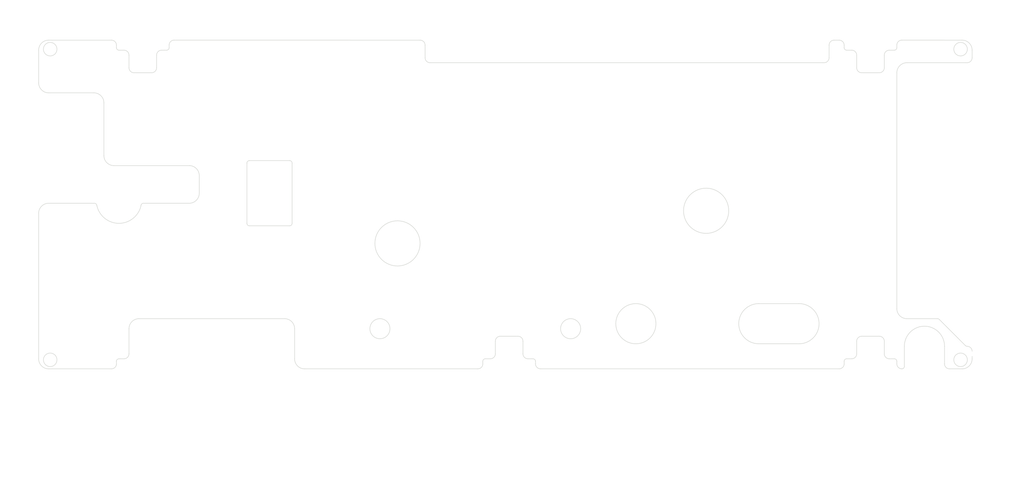
<source format=kicad_pcb>
(kicad_pcb (version 20211014) (generator pcbnew)

  (general
    (thickness 0.8)
  )

  (paper "A4")
  (title_block
    (title "mcHF QRP RF Shield ")
    (comment 1 "(C) Piotr Esden-Tempski")
    (comment 2 "License: CC-BY-SA 4.0")
  )

  (layers
    (0 "F.Cu" signal)
    (31 "B.Cu" signal)
    (32 "B.Adhes" user "B.Adhesive")
    (33 "F.Adhes" user "F.Adhesive")
    (34 "B.Paste" user)
    (35 "F.Paste" user)
    (36 "B.SilkS" user "B.Silkscreen")
    (37 "F.SilkS" user "F.Silkscreen")
    (38 "B.Mask" user)
    (39 "F.Mask" user)
    (40 "Dwgs.User" user "User.Drawings")
    (41 "Cmts.User" user "User.Comments")
    (42 "Eco1.User" user "User.Eco1")
    (43 "Eco2.User" user "User.Eco2")
    (44 "Edge.Cuts" user)
    (45 "Margin" user)
    (46 "B.CrtYd" user "B.Courtyard")
    (47 "F.CrtYd" user "F.Courtyard")
    (48 "B.Fab" user)
    (49 "F.Fab" user)
    (50 "User.1" user)
    (51 "User.2" user)
    (52 "User.3" user)
    (53 "User.4" user)
    (54 "User.5" user)
    (55 "User.6" user)
    (56 "User.7" user)
    (57 "User.8" user)
    (58 "User.9" user)
  )

  (setup
    (stackup
      (layer "F.SilkS" (type "Top Silk Screen"))
      (layer "F.Paste" (type "Top Solder Paste"))
      (layer "F.Mask" (type "Top Solder Mask") (color "White") (thickness 0))
      (layer "F.Cu" (type "copper") (thickness 0))
      (layer "dielectric 1" (type "core") (thickness 0.8) (material "FR4") (epsilon_r 4.5) (loss_tangent 0.02))
      (layer "B.Cu" (type "copper") (thickness 0))
      (layer "B.Mask" (type "Bottom Solder Mask") (color "White") (thickness 0))
      (layer "B.Paste" (type "Bottom Solder Paste"))
      (layer "B.SilkS" (type "Bottom Silk Screen"))
      (copper_finish "None")
      (dielectric_constraints no)
    )
    (pad_to_mask_clearance 0)
    (pcbplotparams
      (layerselection 0x0001000_7ffffffe)
      (disableapertmacros false)
      (usegerberextensions false)
      (usegerberattributes true)
      (usegerberadvancedattributes true)
      (creategerberjobfile true)
      (svguseinch false)
      (svgprecision 6)
      (excludeedgelayer true)
      (plotframeref false)
      (viasonmask false)
      (mode 1)
      (useauxorigin false)
      (hpglpennumber 1)
      (hpglpenspeed 20)
      (hpglpendiameter 15.000000)
      (dxfpolygonmode true)
      (dxfimperialunits false)
      (dxfusepcbnewfont true)
      (psnegative false)
      (psa4output false)
      (plotreference false)
      (plotvalue false)
      (plotinvisibletext false)
      (sketchpadsonfab false)
      (subtractmaskfromsilk false)
      (outputformat 3)
      (mirror false)
      (drillshape 0)
      (scaleselection 1)
      (outputdirectory "")
    )
  )

  (net 0 "")

  (gr_rect (start 20 20) (end 206 85.5) (layer "Eco1.User") (width 0.1) (fill none) (tstamp 3c80e672-fb38-40c2-969a-a3483ce4ea14))
  (gr_arc (start 163.5 80.5) (mid 159.5 76.5) (end 163.5 72.5) (layer "Eco2.User") (width 0.1) (tstamp 036aedde-03c8-4421-8e8d-3319bf7e1df1))
  (gr_line (start 180.5 83.5) (end 183 83.5) (layer "Eco2.User") (width 0.1) (tstamp 0ca68106-3890-4185-8ef2-035db26a0f67))
  (gr_circle (center 88 77.5) (end 90 77.5) (layer "Eco2.User") (width 0.1) (fill none) (tstamp 0d5d5f7b-b6dd-4a36-bcb1-66e81838986c))
  (gr_rect (start 61.5 44) (end 70.5 57) (layer "Eco2.User") (width 0.1) (fill none) (tstamp 12fa27e8-8758-47aa-8cd4-b7c967228ecc))
  (gr_line (start 35.5 85.5) (end 35.5 83.5) (layer "Eco2.User") (width 0.1) (tstamp 147e7802-6b63-4451-846e-28e2777c1569))
  (gr_line (start 38 83.5) (end 38 75.5) (layer "Eco2.User") (width 0.1) (tstamp 18ce56c3-e4e6-4f78-b886-b7f34008f6bf))
  (gr_line (start 52 52.5) (end 52 45) (layer "Eco2.User") (width 0.1) (tstamp 27e66e6b-abbe-40cc-bbf6-1479bbdb70e7))
  (gr_line (start 46 22) (end 43.5 22) (layer "Eco2.User") (width 0.1) (tstamp 29f94ca4-b78b-4dc3-a446-f23c8ee1a3a2))
  (gr_line (start 35.5 83.5) (end 38 83.5) (layer "Eco2.User") (width 0.1) (tstamp 2c27fb0d-b0dc-4f88-ae8c-0f540007611f))
  (gr_line (start 108.5 85.5) (end 108.5 83.5) (layer "Eco2.User") (width 0.1) (tstamp 2c6a32ea-91e0-481d-bcc0-74b8f4850844))
  (gr_line (start 191 75.5) (end 198.5 75.5) (layer "Eco2.User") (width 0.1) (tstamp 306913a4-1279-494c-a49e-762559e1a2bf))
  (gr_line (start 116.5 83.5) (end 119 83.5) (layer "Eco2.User") (width 0.1) (tstamp 30ee01b1-ae04-4eee-bb7f-281f1bd1c804))
  (gr_line (start 163.5 80.5) (end 171.5 80.5) (layer "Eco2.User") (width 0.1) (tstamp 32cc0acd-0a57-4952-b532-3bac2b40ec2d))
  (gr_line (start 206 24.5) (end 191 24.5) (layer "Eco2.User") (width 0.1) (tstamp 348c9537-e28c-4c7b-b4fa-2812624b83fa))
  (gr_line (start 180.5 85.5) (end 180.5 83.5) (layer "Eco2.User") (width 0.1) (tstamp 34c9b05c-1152-4596-9141-766389eb073f))
  (gr_line (start 171.5 72.5) (end 163.5 72.5) (layer "Eco2.User") (width 0.1) (tstamp 369955e7-0fed-4177-93f0-a57b64c22894))
  (gr_line (start 38 26.5) (end 38 22.000001) (layer "Eco2.User") (width 0.1) (tstamp 3d026c44-4245-439f-a783-cc82843a7f39))
  (gr_line (start 111 79) (end 116.5 79) (layer "Eco2.User") (width 0.1) (tstamp 3dcb6bfd-7a52-4373-b2e2-71cb03402203))
  (gr_circle (center 22.3 21.8) (end 23.65 21.8) (layer "Eco2.User") (width 0.1) (fill none) (tstamp 40508d3e-b5bf-4ae7-b452-26001aefb3c8))
  (gr_line (start 33 30.5) (end 33 45) (layer "Eco2.User") (width 0.1) (tstamp 419e7edb-3a64-4456-b0ac-53b1db8228e5))
  (gr_line (start 198.5 75.5) (end 204 81) (layer "Eco2.User") (width 0.1) (tstamp 426db3e6-9106-4158-a91b-656b0acb43ad))
  (gr_arc (start 171.5 72.5) (mid 175.5 76.5) (end 171.5 80.5) (layer "Eco2.User") (width 0.1) (tstamp 4952a5c4-1816-4f5a-8292-7310113ff05e))
  (gr_line (start 38 22.000001) (end 35.5 22.000001) (layer "Eco2.User") (width 0.1) (tstamp 4f495e0d-d316-46e7-a8c7-85320176a54a))
  (gr_line (start 46 20) (end 46 22) (layer "Eco2.User") (width 0.1) (tstamp 5161f543-26f1-4b41-8930-d36011afeed1))
  (gr_line (start 43.5 22) (end 43.5 26.5) (layer "Eco2.User") (width 0.1) (tstamp 519409df-2ba3-4203-97ec-dc8e589eedf5))
  (gr_line (start 177.5 20) (end 177.5 24.5) (layer "Eco2.User") (width 0.1) (tstamp 573937c5-44c9-4ae9-b620-8ce5d9eeb2ec))
  (gr_line (start 192.5 81) (end 192.5 85.5) (layer "Eco2.User") (width 0.1) (tstamp 58e24b57-8cd0-4d9a-b919-6b4678eea4ab))
  (gr_line (start 183 22.000001) (end 180.5 22.000001) (layer "Eco2.User") (width 0.1) (tstamp 5e03722c-3317-46bb-b7ac-b69b80a47b83))
  (gr_line (start 35.5 22.000001) (end 35.5 20) (layer "Eco2.User") (width 0.1) (tstamp 65edc3c1-0c9b-411b-b800-725fa5eb7135))
  (gr_circle (center 153 54) (end 157.5 54) (layer "Eco2.User") (width 0.1) (fill none) (tstamp 6af3fc0c-adf3-433b-9145-738a53c0f7bb))
  (gr_line (start 183 79) (end 188.5 79) (layer "Eco2.User") (width 0.1) (tstamp 6b8d10eb-9b42-47b6-b6bf-2cefb7e88a76))
  (gr_circle (center 203.7 21.8) (end 205.05 21.8) (layer "Eco2.User") (width 0.1) (fill none) (tstamp 7276f7f3-e9bf-4688-876e-ee97b70b9c53))
  (gr_line (start 71 75.5) (end 71 85.5) (layer "Eco2.User") (width 0.1) (tstamp 7be781dd-a273-436f-9e3b-fe61c1015628))
  (gr_line (start 191 24.5) (end 191 75.5) (layer "Eco2.User") (width 0.1) (tstamp 7d7faf05-e746-4f11-9be3-772a4cb247b8))
  (gr_line (start 191 22) (end 188.5 22) (layer "Eco2.User") (width 0.1) (tstamp 81826aa3-e2b5-4008-b21a-28df19634eb2))
  (gr_circle (center 126 77.5) (end 128 77.5) (layer "Eco2.User") (width 0.1) (fill none) (tstamp 844cf659-d866-4a9b-80e0-1f3e79c859e6))
  (gr_line (start 43.5 26.5) (end 38 26.5) (layer "Eco2.User") (width 0.1) (tstamp 88e0294e-e2ac-4d64-8434-cda914f3b652))
  (gr_line (start 177.5 24.5) (end 97 24.5) (layer "Eco2.User") (width 0.1) (tstamp 8d44b40a-a79d-4717-8dac-e93cde2089ab))
  (gr_line (start 191 83.499999) (end 191 85.5) (layer "Eco2.User") (width 0.1) (tstamp 8e8c902c-3ac3-4228-92c3-242b355f4abf))
  (gr_line (start 111 83.5) (end 111 79) (layer "Eco2.User") (width 0.1) (tstamp 907abe5a-ab87-48a2-a794-bd47f79acd72))
  (gr_circle (center 91.5 60.5) (end 96 60.5) (layer "Eco2.User") (width 0.1) (fill none) (tstamp 95ab0735-7598-4162-ba34-a5dc202afa6b))
  (gr_circle (center 139 76.5) (end 143 76.5) (layer "Eco2.User") (width 0.1) (fill none) (tstamp 9c18cbb7-5c77-4b39-acac-f4aacb6d1555))
  (gr_line (start 97 24.5) (end 97 20) (layer "Eco2.User") (width 0.1) (tstamp 9f123e17-e006-414a-ad47-18e6fea09f78))
  (gr_arc (start 192.5 81) (mid 196.5 77) (end 200.5 81) (layer "Eco2.User") (width 0.1) (tstamp a9b2dfa6-dea1-4c6c-a95e-0f0e2a86441f))
  (gr_circle (center 22.3 83.7) (end 23.65 83.7) (layer "Eco2.User") (width 0.1) (fill none) (tstamp aa830118-b167-4366-be14-0dc5fc056836))
  (gr_line (start 20 52.5) (end 52 52.5) (layer "Eco2.User") (width 0.1) (tstamp ae217c0d-a3d5-4306-8022-d4f7d1f2d68c))
  (gr_line (start 204 81) (end 206 81) (layer "Eco2.User") (width 0.1) (tstamp ae3e0f11-ee14-4483-8922-0f51c2624d22))
  (gr_line (start 188.5 26.5) (end 183 26.5) (layer "Eco2.User") (width 0.1) (tstamp b3938b68-a7b7-4427-99f9-f24adfb7a220))
  (gr_line (start 183 26.5) (end 183 22.000001) (layer "Eco2.User") (width 0.1) (tstamp bab49153-a815-4334-9ee0-dca8837eec7a))
  (gr_line (start 200.5 85.5) (end 200.5 81) (layer "Eco2.User") (width 0.1) (tstamp c1812196-42e0-4bc9-9df0-ef49b28555fc))
  (gr_line (start 188.5 83.499999) (end 191 83.499999) (layer "Eco2.User") (width 0.1) (tstamp c1a4a2ac-8569-4d41-8ada-0d7679882e45))
  (gr_line (start 188.5 79) (end 188.5 83.499999) (layer "Eco2.User") (width 0.1) (tstamp c21553f4-77dc-4729-bbd9-09cabbc37008))
  (gr_line (start 52 45) (end 33 45) (layer "Eco2.User") (width 0.1) (tstamp c44ff679-f1cb-4c3a-b96d-6aa20d1de6c1))
  (gr_circle (center 203.7 83.7) (end 205.05 83.7) (layer "Eco2.User") (width 0.1) (fill none) (tstamp c7ad7723-242e-4f4c-872d-d8399b1ffc6c))
  (gr_line (start 191 20) (end 191 22) (layer "Eco2.User") (width 0.1) (tstamp c9ff1b75-a479-4dee-b341-33a8bbf780ce))
  (gr_line (start 119 83.5) (end 119 85.5) (layer "Eco2.User") (width 0.1) (tstamp d058ea03-e370-4f10-897e-8b444344e5f4))
  (gr_line (start 180.5 22.000001) (end 180.5 20) (layer "Eco2.User") (width 0.1) (tstamp d0b255ee-9c09-492c-8631-74221eb40540))
  (gr_line (start 108.5 83.5) (end 111 83.5) (layer "Eco2.User") (width 0.1) (tstamp d13d5d03-00d8-48a5-8780-9c5c3cefa5eb))
  (gr_line (start 38 75.5) (end 71 75.5) (layer "Eco2.User") (width 0.1) (tstamp d3433550-9492-4ec8-a2a2-6e62941d487d))
  (gr_line (start 116.5 79) (end 116.5 83.5) (layer "Eco2.User") (width 0.1) (tstamp f1eac80b-ccf8-4c17-ba66-cbb338682f4f))
  (gr_line (start 188.5 22) (end 188.5 26.5) (layer "Eco2.User") (width 0.1) (tstamp f425f498-a9c3-4c2a-88cf-a3a9fecb7154))
  (gr_line (start 183 83.5) (end 183 79) (layer "Eco2.User") (width 0.1) (tstamp f9910edd-d3d5-4303-b621-ab7cb165f77d))
  (gr_circle (center 36 52) (end 40.5 52) (layer "Eco2.User") (width 0.1) (fill none) (tstamp fca565b8-8b54-474d-adc7-355ab4de9661))
  (gr_line (start 20 30.5) (end 33 30.5) (layer "Eco2.User") (width 0.1) (tstamp fecaa9c2-5476-4404-bd49-69b733d5f6a5))
  (gr_line (start 39 26.5) (end 42.5 26.5) (layer "Edge.Cuts") (width 0.1) (tstamp 059cc1d8-06c4-4bd6-bb62-7143790a7e62))
  (gr_arc (start 180.5 84.595013) (mid 180.174352 85.240164) (end 179.5 85.5) (layer "Edge.Cuts") (width 0.1) (tstamp 07b00f90-d25d-4107-b6e1-69438ce8f1f6))
  (gr_arc (start 193 75.5) (mid 191.585786 74.914214) (end 191 73.5) (layer "Edge.Cuts") (width 0.1) (tstamp 087b654c-c9cb-418e-9f38-b456309525f6))
  (gr_line (start 192 19.995013) (end 204 20) (layer "Edge.Cuts") (width 0.1) (tstamp 0c293ec8-b131-46c2-87f3-72e750b494e9))
  (gr_line (start 62 44) (end 70 44) (layer "Edge.Cuts") (width 0.1) (tstamp 0c8e690c-4135-4675-8067-15607684e850))
  (gr_line (start 189.5 83.495013) (end 190.5 83.495014) (layer "Edge.Cuts") (width 0.1) (tstamp 0f1e5201-d67e-4a51-a65f-9cf8a713191a))
  (gr_arc (start 177.5 21) (mid 177.792893 20.292893) (end 178.5 20) (layer "Edge.Cuts") (width 0.1) (tstamp 0f366ea7-ecf8-4f16-871f-25ba5eedc2c0))
  (gr_arc (start 37 22) (mid 37.707107 22.292893) (end 38 23) (layer "Edge.Cuts") (width 0.1) (tstamp 0fdab609-05d0-42d4-9845-af24ea7c92aa))
  (gr_arc (start 188.5 23) (mid 188.792893 22.292893) (end 189.5 22) (layer "Edge.Cuts") (width 0.1) (tstamp 1032a3ae-7785-4f11-a087-99326ed3f125))
  (gr_line (start 109 83.495013) (end 110 83.495013) (layer "Edge.Cuts") (width 0.1) (tstamp 1092e194-d47b-4313-81ae-a13a85554eaa))
  (gr_line (start 36 83.495013) (end 37 83.495013) (layer "Edge.Cuts") (width 0.1) (tstamp 12e9c8a2-3d26-4188-89e9-15f6fbb9a176))
  (gr_line (start 184 26.5) (end 187.5 26.5) (layer "Edge.Cuts") (width 0.1) (tstamp 1311d6a3-390d-48e0-9b01-93b83bafe94e))
  (gr_line (start 108.5 84.595013) (end 108.5 83.995013) (layer "Edge.Cuts") (width 0.1) (tstamp 14fcb7cd-9ee6-4afe-95d0-f9944c6b6486))
  (gr_line (start 35.5 84.595013) (end 35.5 83.995013) (layer "Edge.Cuts") (width 0.1) (tstamp 195e22e5-362a-4f25-8c17-9b4dd7538717))
  (gr_arc (start 35.5 83.995013) (mid 35.646447 83.64146) (end 36 83.495013) (layer "Edge.Cuts") (width 0.1) (tstamp 1e046c4f-8824-4e42-b290-42aaf49e5a8c))
  (gr_arc (start 20 54.5) (mid 20.585786 53.085786) (end 22 52.5) (layer "Edge.Cuts") (width 0.1) (tstamp 1fa67137-0e51-4d34-a122-3125e7d66fb8))
  (gr_arc (start 206 83.5) (mid 205.414214 84.914214) (end 204 85.5) (layer "Edge.Cuts") (width 0.1) (tstamp 21edd940-44a9-4cee-b112-c5246c49ad7c))
  (gr_line (start 200.5 84.5) (end 200.5 81) (layer "Edge.Cuts") (width 0.1) (tstamp 239e43b6-0870-4684-8872-554b56cccc33))
  (gr_arc (start 191 21.5) (mid 190.853553 21.853553) (end 190.5 22) (layer "Edge.Cuts") (width 0.1) (tstamp 27633592-cfba-43e6-886d-785f2dfcd329))
  (gr_line (start 46.000001 20.9) (end 46 21.5) (layer "Edge.Cuts") (width 0.1) (tstamp 2c4f7346-d694-4c22-98eb-c9caad2555ec))
  (gr_arc (start 108.5 83.995013) (mid 108.646447 83.64146) (end 109 83.495013) (layer "Edge.Cuts") (width 0.1) (tstamp 2caba19d-966f-4619-85f7-a0868e4d2025))
  (gr_arc (start 43.5 23) (mid 43.792893 22.292893) (end 44.5 22) (layer "Edge.Cuts") (width 0.1) (tstamp 2dbd9aae-ed36-4251-8718-83229e3e1462))
  (gr_line (start 178.5 20) (end 179.5 20) (layer "Edge.Cuts") (width 0.1) (tstamp 2dd41330-0743-409b-ab64-401e3731d089))
  (gr_line (start 35.5 21.5) (end 35.5 21) (layer "Edge.Cuts") (width 0.1) (tstamp 2f2cac7f-7108-4091-9172-c6d70440d525))
  (gr_circle (center 126 77.5) (end 128 77.5) (layer "Edge.Cuts") (width 0.1) (fill none) (tstamp 2f59a751-a500-4453-a890-1cc91c1dde43))
  (gr_line (start 22 20) (end 34.5 20) (layer "Edge.Cuts") (width 0.1) (tstamp 34407764-5ad0-47e2-94ee-d6ef3c5f30b9))
  (gr_line (start 187.5 78.995013) (end 184 78.995013) (layer "Edge.Cuts") (width 0.1) (tstamp 36217780-6ff6-4f76-a9cc-a75d8984451c))
  (gr_line (start 47 19.995013) (end 96 20) (layer "Edge.Cuts") (width 0.1) (tstamp 377c79c1-585e-456c-a16b-31f28a2c0607))
  (gr_arc (start 73 85.5) (mid 71.585786 84.914214) (end 71 83.5) (layer "Edge.Cuts") (width 0.1) (tstamp 38582939-8b0d-4dfc-9524-2510058dc615))
  (gr_arc (start 35 45) (mid 33.585786 44.414214) (end 33 43) (layer "Edge.Cuts") (width 0.1) (tstamp 3abd9f23-58fe-4ea1-98c5-6e56f1acb333))
  (gr_line (start 188.5 82.495013) (end 188.5 79.995012) (layer "Edge.Cuts") (width 0.1) (tstamp 3adee34e-023b-4502-9617-7953a0d23b94))
  (gr_arc (start 35.5 84.595013) (mid 35.174352 85.240164) (end 34.5 85.5) (layer "Edge.Cuts") (width 0.1) (tstamp 3b69941b-2b5e-4b9d-955b-f0ef887fcfd4))
  (gr_arc (start 70 44) (mid 70.353553 44.146447) (end 70.5 44.5) (layer "Edge.Cuts") (width 0.1) (tstamp 400864f3-4d31-44d7-8fa2-84e961156b95))
  (gr_arc (start 43.5 25.5) (mid 43.207107 26.207107) (end 42.5 26.5) (layer "Edge.Cuts") (width 0.1) (tstamp 40c1add4-b921-4f97-816c-a21193457bc1))
  (gr_arc (start 96 20) (mid 96.707107 20.292893) (end 97 21) (layer "Edge.Cuts") (width 0.1) (tstamp 44ebd578-597c-4e55-8e0d-e88c78fb7860))
  (gr_arc (start 117.5 83.495013) (mid 116.792893 83.20212) (end 116.5 82.495013) (layer "Edge.Cuts") (width 0.1) (tstamp 4541f183-2b00-48ac-846d-a867ed4704df))
  (gr_arc (start 182 22) (mid 182.707107 22.292893) (end 183 23) (layer "Edge.Cuts") (width 0.1) (tstamp 45fca78a-cc58-4356-915a-e091fd314b53))
  (gr_arc (start 111 79.995013) (mid 111.292893 79.287906) (end 112 78.995013) (layer "Edge.Cuts") (width 0.1) (tstamp 481bf9a2-0544-4547-884d-0822f581daea))
  (gr_arc (start 205 81) (mid 205.707107 81.292893) (end 206 82) (layer "Edge.Cuts") (width 0.1) (tstamp 4907aba6-707c-4ee9-a413-05e0d540ef15))
  (gr_arc (start 115.5 78.995013) (mid 116.207106 79.287906) (end 116.5 79.995012) (layer "Edge.Cuts") (width 0.1) (tstamp 4a1cb180-01a3-4da5-9542-b5abfbdd96e6))
  (gr_arc (start 183 79.995013) (mid 183.292893 79.287906) (end 184 78.995013) (layer "Edge.Cuts") (width 0.1) (tstamp 4c71b0db-f491-4764-8596-6cc785eadd94))
  (gr_arc (start 204 20) (mid 205.414214 20.585786) (end 206 22) (layer "Edge.Cuts") (width 0.1) (tstamp 557f97c0-d800-417d-938b-5bbdaf632098))
  (gr_line (start 180.5 21.5) (end 180.5 21) (layer "Edge.Cuts") (width 0.1) (tstamp 5d6295c7-1ba2-4ff2-8ef1-e510762bdd90))
  (gr_line (start 180.5 84.595013) (end 180.5 83.995013) (layer "Edge.Cuts") (width 0.1) (tstamp 5d8caa4d-1122-41cc-bd66-8c3ae108365f))
  (gr_line (start 181 83.495013) (end 182 83.495013) (layer "Edge.Cuts") (width 0.1) (tstamp 5e97be39-1ce3-4f86-b34c-3c25d49c78c5))
  (gr_line (start 177.5 23.5) (end 177.5 21) (layer "Edge.Cuts") (width 0.1) (tstamp 5f4eeea8-1133-4360-afb0-7f5c5fa9ef7b))
  (gr_arc (start 206 23.5) (mid 205.707107 24.207107) (end 205 24.5) (layer "Edge.Cuts") (width 0.1) (tstamp 600eedaf-12f2-49b9-9dce-f1c8492bff2b))
  (gr_arc (start 171.5 72.5) (mid 175.5 76.5) (end 171.5 80.5) (layer "Edge.Cuts") (width 0.1) (tstamp 611f450e-818a-44e1-abb9-a5e5ae20ea63))
  (gr_arc (start 52 50.5) (mid 51.414214 51.914214) (end 50 52.5) (layer "Edge.Cuts") (width 0.1) (tstamp 65cea409-c8a1-4e58-a991-3af420395529))
  (gr_line (start 171.5 72.5) (end 163.5 72.5) (layer "Edge.Cuts") (width 0.1) (tstamp 6630b109-c114-4901-b670-3c49a4c55710))
  (gr_arc (start 39 26.5) (mid 38.292893 26.207107) (end 38 25.5) (layer "Edge.Cuts") (width 0.1) (tstamp 664c4c55-9ca8-49c9-99fc-b1864ebb3152))
  (gr_arc (start 40.39 53) (mid 36 56.500496) (end 31.61 53) (layer "Edge.Cuts") (width 0.1) (tstamp 6a306cdd-3a96-4551-bffe-a91ec330f3ba))
  (gr_line (start 206 22) (end 206 23.5) (layer "Edge.Cuts") (width 0.1) (tstamp 6a3a976c-a0a9-48a8-a404-e6f0d8bace58))
  (gr_line (start 70.5 44.5) (end 70.5 56.5) (layer "Edge.Cuts") (width 0.1) (tstamp 6cfb65de-3c88-4836-a320-983de30cc157))
  (gr_line (start 61.5 56.5) (end 61.5 44.5) (layer "Edge.Cuts") (width 0.1) (tstamp 6e11fbe5-842d-4800-b334-41954930350b))
  (gr_line (start 22 52.5) (end 31.106447 52.5) (layer "Edge.Cuts") (width 0.1) (tstamp 6ffde2e8-be7d-4b19-a49c-28069b6a53ae))
  (gr_arc (start 191.000001 20.9) (mid 191.325649 20.25485) (end 192 19.995013) (layer "Edge.Cuts") (width 0.1) (tstamp 73060ff3-472f-44d8-a163-1ca3aa29ec27))
  (gr_arc (start 34.5 20) (mid 35.207107 20.292893) (end 35.5 21) (layer "Edge.Cuts") (width 0.1) (tstamp 7719610f-aaba-4821-82e4-c95c0dad0eae))
  (gr_line (start 190.999999 83.995013) (end 191 84.495013) (layer "Edge.Cuts") (width 0.1) (tstamp 77c0297c-6166-436e-9a60-a0ec98913f5e))
  (gr_line (start 107.5 85.5) (end 73 85.5) (layer "Edge.Cuts") (width 0.1) (tstamp 78fc4583-266c-425f-9787-2684c5242f68))
  (gr_circle (center 139 76.5) (end 143 76.5) (layer "Edge.Cuts") (width 0.1) (fill none) (tstamp 799fe917-ce00-493f-93fe-c43541b2ec30))
  (gr_line (start 204.646447 80.851614) (end 199.45 75.646447) (layer "Edge.Cuts") (width 0.1) (tstamp 7ac77ea3-0b9b-45a3-8317-6fd13bca605c))
  (gr_line (start 71 83.5) (end 71 77.5) (layer "Edge.Cuts") (width 0.1) (tstamp 7e75d82e-01fb-4310-a6ab-81a6b03e31bb))
  (gr_arc (start 38 77.5) (mid 38.585786 76.085786) (end 40 75.5) (layer "Edge.Cuts") (width 0.1) (tstamp 7e948331-364b-4cee-a65f-b38f7ecec903))
  (gr_line (start 179.5 85.5) (end 120 85.495013) (layer "Edge.Cuts") (width 0.1) (tstamp 807cacdf-fdb9-4059-a9fb-d6cb1b8ad8ce))
  (gr_line (start 50.1 45) (end 35 45) (layer "Edge.Cuts") (width 0.1) (tstamp 82347cf6-c854-4033-bc1a-1b6ef3dc92f6))
  (gr_arc (start 189.5 83.495013) (mid 188.792893 83.20212) (end 188.5 82.495013) (layer "Edge.Cuts") (width 0.1) (tstamp 82558b64-2077-4092-b36e-fe0394c7212a))
  (gr_line (start 118.999999 83.995013) (end 119 84.495013) (layer "Edge.Cuts") (width 0.1) (tstamp 84d1f596-680f-4482-b6b5-14977a5683c6))
  (gr_line (start 70 57) (end 62 57) (layer "Edge.Cuts") (width 0.1) (tstamp 881452fd-bdbb-4e81-8e88-addd3112dbb8))
  (gr_circle (center 203.7 83.7) (end 205.05 83.7) (layer "Edge.Cuts") (width 0.1) (fill none) (tstamp 88dadc5a-fa68-4910-ab76-ab5b96521cfa))
  (gr_arc (start 187.5 78.995013) (mid 188.207106 79.287906) (end 188.5 79.995012) (layer "Edge.Cuts") (width 0.1) (tstamp 89db186b-5615-4da5-aed1-71b24ad9f43a))
  (gr_arc (start 201.5 85.5) (mid 200.792893 85.207107) (end 200.5 84.5) (layer "Edge.Cuts") (width 0.1) (tstamp 8a418bcc-8efa-4402-8088-370164df7199))
  (gr_arc (start 22 85.5) (mid 20.585786 84.914214) (end 20 83.5) (layer "Edge.Cuts") (width 0.1) (tstamp 8d746bd1-ff39-4fec-961c-e79e16126888))
  (gr_arc (start 118.5 83.495014) (mid 118.853553 83.64146) (end 118.999999 83.995013) (layer "Edge.Cuts") (width 0.1) (tstamp 8f1886c3-6b42-4651-bea5-94134c017b62))
  (gr_arc (start 181 22) (mid 180.646447 21.853553) (end 180.5 21.5) (layer "Edge.Cuts") (width 0.1) (tstamp 918a1b28-50d5-4010-b4ea-9408c1f6259e))
  (gr_line (start 20 83.5) (end 20 54.5) (layer "Edge.Cuts") (width 0.1) (tstamp 91b64606-301d-4efb-b05d-8a9fc020f7a5))
  (gr_line (start 115.5 78.995013) (end 112 78.995013) (layer "Edge.Cuts") (width 0.1) (tstamp 91d183ee-d47a-419e-938a-656d95bac012))
  (gr_line (start 182 22) (end 181 22) (layer "Edge.Cuts") (width 0.1) (tstamp 91e68d6f-dedf-4c8e-bd89-ad7c115403f6))
  (gr_line (start 183 23) (end 183 25.5) (layer "Edge.Cuts") (width 0.1) (tstamp 9224ba96-280d-49f0-ac63-598a9c487dbd))
  (gr_arc (start 192 85.495013) (mid 191.292893 85.20212) (end 191 84.495013) (layer "Edge.Cuts") (width 0.1) (tstamp 936d2f53-e12b-4407-bb93-d3be411514e5))
  (gr_line (start 191 26.5) (end 191 73.5) (layer "Edge.Cuts") (width 0.1) (tstamp 97f68312-1a5a-4f19-b24b-ae8126713ae5))
  (gr_line (start 45.5 22) (end 44.5 22) (layer "Edge.Cuts") (width 0.1) (tstamp 9dc25e22-407f-46d1-b21a-5ab5ef20bf14))
  (gr_line (start 193 75.5) (end 199.096447 75.500001) (layer "Edge.Cuts") (width 0.1) (tstamp 9e6039a3-22e0-4dfb-bf87-79697eb971be))
  (gr_line (start 20 28.5) (end 20 22) (layer "Edge.Cuts") (width 0.1) (tstamp 9f07326d-f7a8-423e-9c29-e3f3678a4e90))
  (gr_line (start 52 50.5) (end 52.002498 47) (layer "Edge.Cuts") (width 0.1) (tstamp 9f44c1a6-af1c-4f65-9d43-816285a73126))
  (gr_arc (start 38 82.495013) (mid 37.707107 83.20212) (end 37 83.495013) (layer "Edge.Cuts") (width 0.1) (tstamp 9f5c1278-8f9a-4486-ab99-dca8bc7400e0))
  (gr_arc (start 183 82.495013) (mid 182.707107 83.20212) (end 182 83.495013) (layer "Edge.Cuts") (width 0.1) (tstamp a22106eb-855d-40a8-a700-a757cfb98dbb))
  (gr_line (start 38 23) (end 38 25.5) (layer "Edge.Cuts") (width 0.1) (tstamp a445cf8f-6ea4-4718-bd5a-d49d8f2cffc4))
  (gr_arc (start 70.5 56.5) (mid 70.353553 56.853553) (end 70 57) (layer "Edge.Cuts") (width 0.1) (tstamp a5991b20-6849-4a3c-af6c-b3582e258191))
  (gr_line (start 43.5 23) (end 43.5 25.5) (layer "Edge.Cuts") (width 0.1) (tstamp a5a2dd51-c0bf-4ce2-bcf2-4441988e5a6a))
  (gr_line (start 40.9 52.5) (end 50 52.5) (layer "Edge.Cuts") (width 0.1) (tstamp a5ad566a-d1b4-42c7-a321-05486a7c1a09))
  (gr_arc (start 184 26.5) (mid 183.292893 26.207107) (end 183 25.5) (layer "Edge.Cuts") (width 0.1) (tstamp a5d1f554-6ffa-46ce-bf9c-3983f8551eb8))
  (gr_circle (center 153 54) (end 157.5 54) (layer "Edge.Cuts") (width 0.1) (fill none) (tstamp a7881234-80e7-44aa-9d39-a2c5d88cca84))
  (gr_arc (start 36 22) (mid 35.646447 21.853553) (end 35.5 21.5) (layer "Edge.Cuts") (width 0.1) (tstamp a8df3965-7299-40a7-a1b6-8c1c8245e011))
  (gr_line (start 163.5 80.5) (end 171.5 80.5) (layer "Edge.Cuts") (width 0.1) (tstamp aa149c14-1bfb-4a3a-a776-ad52ec5d6187))
  (gr_arc (start 46 21.5) (mid 45.853553 21.853553) (end 45.5 22) (layer "Edge.Cuts") (width 0.1) (tstamp ac884bc9-f17e-4589-8cc1-ff7e229e1e28))
  (gr_line (start 191.000001 20.9) (end 191 21.5) (layer "Edge.Cuts") (width 0.1) (tstamp ae3bce7e-3d09-4b4e-a2db-376230fb2a21))
  (gr_arc (start 111 82.495013) (mid 110.707107 83.20212) (end 110 83.495013) (layer "Edge.Cuts") (width 0.1) (tstamp ae849ad3-0915-433f-857d-3cd752915c8f))
  (gr_line (start 183 82.495013) (end 183 79.995013) (layer "Edge.Cuts") (width 0.1) (tstamp ae90f291-429e-4708-a48c-52084b328633))
  (gr_line (start 192.5 81) (end 192.5 85) (layer "Edge.Cuts") (width 0.1) (tstamp b0a28623-48b6-4e17-93a3-1c173ee2e9f0))
  (gr_circle (center 22.3 83.7) (end 23.65 83.7) (layer "Edge.Cuts") (width 0.1) (fill none) (tstamp b687457c-6ec5-4c0e-abaf-da0a687f414e))
  (gr_line (start 34.5 85.5) (end 22 85.5) (layer "Edge.Cuts") (width 0.1) (tstamp b7c367f9-275f-49f0-9b0b-74bf07f599c9))
  (gr_arc (start 163.5 80.5) (mid 159.5 76.5) (end 163.5 72.5) (layer "Edge.Cuts") (width 0.1) (tstamp b9cad5ab-5c1f-4d3f-9a86-9e3b8a7a2847))
  (gr_arc (start 188.5 25.5) (mid 188.207107 26.207107) (end 187.5 26.5) (layer "Edge.Cuts") (width 0.1) (tstamp bba01cef-0130-48a1-a2ac-b02cc270129b))
  (gr_arc (start 120 85.495013) (mid 119.292893 85.20212) (end 119 84.495013) (layer "Edge.Cuts") (width 0.1) (tstamp bf3bd217-f301-4b00-8dc8-77e59864797f))
  (gr_line (start 117.5 83.495013) (end 118.5 83.495014) (layer "Edge.Cuts") (width 0.1) (tstamp c372353f-c8d7-448d-b030-a31cc6006fdc))
  (gr_circle (center 88 77.5) (end 90 77.5) (layer "Edge.Cuts") (width 0.1) (fill none) (tstamp c526fdd5-cb82-436c-99f5-84aedb656eed))
  (gr_line (start 204 85.5) (end 201.5 85.5) (layer "Edge.Cuts") (width 0.1) (tstamp c64d935a-d7e2-468d-86f8-bf38c1245a04))
  (gr_arc (start 192.5 81) (mid 196.5 77) (end 200.5 81) (layer "Edge.Cuts") (width 0.1) (tstamp c7ed139e-67d8-475e-a9c1-23538ae298af))
  (gr_arc (start 179.5 20) (mid 180.207107 20.292893) (end 180.5 21) (layer "Edge.Cuts") (width 0.1) (tstamp c825dc58-d43c-4ea7-9210-5c527b7347b9))
  (gr_line (start 190.5 22) (end 189.5 22) (layer "Edge.Cuts") (width 0.1) (tstamp c84c472a-df0a-44a9-a5fc-b328c4e5e58e))
  (gr_arc (start 205 81) (mid 204.808023 80.961676) (end 204.645476 80.85258) (layer "Edge.Cuts") (width 0.1) (tstamp c890b504-a02e-4271-a9f6-6baab133be8c))
  (gr_arc (start 190.5 83.495014) (mid 190.853553 83.64146) (end 190.999999 83.995013) (layer "Edge.Cuts") (width 0.1) (tstamp c8a53afa-bf5c-46bb-b5d6-4e968eca6d1b))
  (gr_line (start 31 30.5) (end 22 30.5) (layer "Edge.Cuts") (width 0.1) (tstamp cb8a969b-b7bd-4ce0-97d7-a9acb1231ee4))
  (gr_arc (start 199.096447 75.500001) (mid 199.288535 75.536895) (end 199.451772 75.644657) (layer "Edge.Cuts") (width 0.1) (tstamp ce876301-f9db-4f9c-b947-726289e4a284))
  (gr_line (start 38 77.5) (end 38 82.495013) (layer "Edge.Cuts") (width 0.1) (tstamp cf65f866-bf4f-48bd-8dd3-ea70a0a194dc))
  (gr_line (start 37 22) (end 36 22) (layer "Edge.Cuts") (width 0.1) (tstamp cf9883de-da15-40d7-a25d-3d470239c6dd))
  (gr_line (start 111 82.495013) (end 111 79.995013) (layer "Edge.Cuts") (width 0.1) (tstamp d13ba9be-71b6-454b-ae2e-4b0d20490c19))
  (gr_line (start 205 24.5) (end 193 24.5) (layer "Edge.Cuts") (width 0.1) (tstamp d1c4a138-988b-4d9e-9d91-53a8dbaf4e24))
  (gr_arc (start 69 75.5) (mid 70.414214 76.085786) (end 71 77.5) (layer "Edge.Cuts") (width 0.1) (tstamp d219a9a0-f049-47a0-a7d7-ba952b6b2557))
  (gr_arc (start 98 24.5) (mid 97.292893 24.207107) (end 97 23.5) (layer "Edge.Cuts") (width 0.1) (tstamp d655e24c-9563-4a7c-87ab-43f5cf0dc22a))
  (gr_line (start 116.5 82.495013) (end 116.5 79.995012) (layer "Edge.Cuts") (width 0.1) (tstamp dd1ec509-6db5-45ed-94e6-cf865aa4aeea))
  (gr_circle (center 22.3 21.8) (end 23.65 21.8) (layer "Edge.Cuts") (width 0.1) (fill none) (tstamp dd619734-8a9b-4a84-8246-e739125d1af1))
  (gr_arc (start 22 30.5) (mid 20.585786 29.914214) (end 20 28.5) (layer "Edge.Cuts") (width 0.1) (tstamp dd8dc505-d4a8-478d-b14c-623584dd3100))
  (gr_arc (start 40.39 53) (mid 40.539376 52.639376) (end 40.9 52.49) (layer "Edge.Cuts") (width 0.1) (tstamp dece4749-c298-48d2-8abe-a51015da0905))
  (gr_line (start 97 21) (end 97 23.5) (layer "Edge.Cuts") (width 0.1) (tstamp df598cae-d198-4935-953e-5c1d628d4eb4))
  (gr_arc (start 31 30.5) (mid 32.414214 31.085786) (end 33 32.5) (layer "Edge.Cuts") (width 0.1) (tstamp dfca7133-2c56-4610-bed3-9fbb22553089))
  (gr_arc (start 46.000001 20.9) (mid 46.325649 20.25485) (end 47 19.995013) (layer "Edge.Cuts") (width 0.1) (tstamp e2fb1c27-7435-4758-a5c5-3145d4073cca))
  (gr_arc (start 180.5 83.995013) (mid 180.646447 83.64146) (end 181 83.495013) (layer "Edge.Cuts") (width 0.1) (tstamp e32e3359-e390-4a22-ae24-e9e6b72826df))
  (gr_arc (start 192.5 85) (mid 192.353553 85.353553) (end 192 85.5) (layer "Edge.Cuts") (width 0.1) (tstamp e4e769e4-5462-4c31-9971-fa30f50f4af7))
  (gr_line (start 33 43) (end 33 32.5) (layer "Edge.Cuts") (width 0.1) (tstamp e59ba922-1b2f-48fa-aafe-0b4ad400b780))
  (gr_circle (center 91.5 60.5) (end 96 60.5) (layer "Edge.Cuts") (width 0.1) (fill none) (tstamp e842240c-682d-459a-9b7f-a586f46aa2bd))
  (gr_arc (start 20 22) (mid 20.585786 20.585786) (end 22 20) (layer "Edge.Cuts") (width 0.1) (tstamp e9be3779-97de-454c-b36a-bcc0c58f9e80))
  (gr_arc (start 191 26.5) (mid 191.585786 25.085786) (end 193 24.5) (layer "Edge.Cuts") (width 0.1) (tstamp ec258ebd-0ef8-4e60-a2e5-becc83a31e17))
  (gr_arc (start 62 57) (mid 61.646447 56.853553) (end 61.5 56.5) (layer "Edge.Cuts") (width 0.1) (tstamp ec507482-b337-4410-b91d-c16ec1eeaef8))
  (gr_line (start 69 75.5) (end 40 75.5) (layer "Edge.Cuts") (width 0.1) (tstamp edba5878-d0d5-4ea5-bc5a-4d649c049398))
  (gr_arc (start 61.5 44.5) (mid 61.646447 44.146447) (end 62 44) (layer "Edge.Cuts") (width 0.1) (tstamp ef319f80-ddb3-40e4-a642-cb457ef2719a))
  (gr_line (start 98 24.5) (end 176.5 24.5) (layer "Edge.Cuts") (width 0.1) (tstamp f1ebdf13-ba59-4791-8c47-a8a7f7d60cf8))
  (gr_arc (start 50.1 45) (mid 51.450905 45.619828) (end 52.002498 47) (layer "Edge.Cuts") (width 0.1) (tstamp f3ca2726-49d9-4d3a-a217-26270a5cc84c))
  (gr_arc (start 108.5 84.595013) (mid 108.174352 85.240164) (end 107.5 85.5) (layer "Edge.Cuts") (width 0.1) (tstamp f7d9f332-b9a0-460e-9c5a-cac220728537))
  (gr_arc (start 31.106447 52.500001) (mid 31.455854 52.648705) (end 31.600041 53) (layer "Edge.Cuts") (width 0.1) (tstamp f84f1cca-79f0-4d7b-8e79-49875a52421d))
  (gr_circle (center 203.7 21.8) (end 205.05 21.8) (layer "Edge.Cuts") (width 0.1) (fill none) (tstamp f88daf86-53ff-478e-906c-291720c594bd))
  (gr_line (start 206 83) (end 206 83.5) (layer "Edge.Cuts") (width 0.1) (tstamp fc2ac8c2-d241-4acc-875d-a9a826c5f52a))
  (gr_line (start 188.5 23) (end 188.5 25.5) (layer "Edge.Cuts") (width 0.1) (tstamp fc77debf-8ef2-4b94-86ca-e8ac1362bbee))
  (gr_arc (start 177.5 23.5) (mid 177.207107 24.207107) (end 176.5 24.5) (layer "Edge.Cuts") (width 0.1) (tstamp fe93aef0-862a-4123-99e5-419d8d6bf324))
  (gr_text "The Edge.Cuts layer is the actual RF Shield outline.\nAll other layers are meant as construction reference." (at 109.2 101.4) (layer "Cmts.User") (tstamp ce3d1114-952b-42f1-a558-df16f07d473e)
    (effects (font (size 4 4) (thickness 0.15)))
  )
  (dimension (type aligned) (layer "Dwgs.User") (tstamp 04ff4d8b-5fbb-4a58-bef8-787485f4b04a)
    (pts (xy 61.5 57) (xy 70.5 57))
    (height 1.999999)
    (gr_text "9 mm" (at 66 57.849999) (layer "Dwgs.User") (tstamp 78e4a622-b007-40cd-a17e-b4fb110d78ad)
      (effects (font (size 1 1) (thickness 0.15)))
    )
    (format (units 3) (units_format 1) (precision 0))
    (style (thickness 0.1) (arrow_length 1.27) (text_position_mode 0) (extension_height 0.58642) (extension_offset 0.5) keep_text_aligned)
  )
  (dimension (type aligned) (layer "Dwgs.User") (tstamp 060ab33f-584d-49b0-9314-0e9bd8f6e37c)
    (pts (xy 183 79) (xy 188.5 79))
    (height 2)
    (gr_text "5.5 mm" (at 185.75 79.8) (layer "Dwgs.User") (tstamp 1de1255c-2ea7-4dc1-a8f6-79182c94c213)
      (effects (font (size 0.75 0.75) (thickness 0.15)))
    )
    (format (units 3) (units_format 1) (precision 1))
    (style (thickness 0.1) (arrow_length 1.27) (text_position_mode 2) (extension_height 0.58642) (extension_offset 0.5) keep_text_aligned)
  )
  (dimension (type aligned) (layer "Dwgs.User") (tstamp 09565026-eaa5-4642-a146-22a7f5177903)
    (pts (xy 183 25) (xy 188.5 25))
    (height 0)
    (gr_text "5.5 mm" (at 185.75 24.1) (layer "Dwgs.User") (tstamp 1876b83e-6d18-4b76-8a9d-37efe998b99e)
      (effects (font (size 0.75 0.75) (thickness 0.15)))
    )
    (format (units 3) (units_format 1) (precision 1))
    (style (thickness 0.1) (arrow_length 1.27) (text_position_mode 0) (extension_height 0.58642) (extension_offset 0.5) keep_text_aligned)
  )
  (dimension (type aligned) (layer "Dwgs.User") (tstamp 1c9b8b12-87b2-4b9e-81d7-93f38666e05e)
    (pts (xy 20 20) (xy 35.5 20))
    (height -2)
    (gr_text "15.5 mm" (at 27.75 16.85) (layer "Dwgs.User") (tstamp 9194753d-f084-47dd-b2e9-a8599953fa5e)
      (effects (font (size 1 1) (thickness 0.15)))
    )
    (format (units 3) (units_format 1) (precision 1))
    (style (thickness 0.1) (arrow_length 1.27) (text_position_mode 0) (extension_height 0.58642) (extension_offset 0.5) keep_text_aligned)
  )
  (dimension (type aligned) (layer "Dwgs.User") (tstamp 21c45b8e-a371-4417-84cf-d04ac7d9e7fe)
    (pts (xy 153 58.5) (xy 153 85.5))
    (height 0)
    (gr_text "27.0 mm" (at 151.85 72 90) (layer "Dwgs.User") (tstamp 8177849a-cb73-4163-8f84-b67bc770efcc)
      (effects (font (size 1 1) (thickness 0.15)))
    )
    (format (units 3) (units_format 1) (precision 1))
    (style (thickness 0.1) (arrow_length 1.27) (text_position_mode 0) (extension_height 0.58642) (extension_offset 0.5) keep_text_aligned)
  )
  (dimension (type aligned) (layer "Dwgs.User") (tstamp 24d2f315-7a77-4bc3-b9d6-bc1993cca123)
    (pts (xy 135 76.5) (xy 143 76.5))
    (height 0)
    (gr_text "8.0 mm" (at 139 75.35) (layer "Dwgs.User") (tstamp 59221100-c8af-4b74-a942-f4a895ff8736)
      (effects (font (size 1 1) (thickness 0.15)))
    )
    (format (units 3) (units_format 1) (precision 1))
    (style (thickness 0.1) (arrow_length 1.27) (text_position_mode 0) (extension_height 0.58642) (extension_offset 0.5) keep_text_aligned)
  )
  (dimension (type aligned) (layer "Dwgs.User") (tstamp 29b46d75-1e63-4ee4-a169-cfa720bc0163)
    (pts (xy 36 56.5) (xy 36 47.5))
    (height 0.1)
    (gr_text "9.0 mm" (at 34.95 52 90) (layer "Dwgs.User") (tstamp b8ad1d1a-e636-478f-8fa7-f88a34e821d9)
      (effects (font (size 1 1) (thickness 0.15)))
    )
    (format (units 3) (units_format 1) (precision 1))
    (style (thickness 0.1) (arrow_length 1.27) (text_position_mode 0) (extension_height 0.58642) (extension_offset 0.5) keep_text_aligned)
  )
  (dimension (type aligned) (layer "Dwgs.User") (tstamp 2bbb138d-5df3-4ca7-8549-56344d5b899e)
    (pts (xy 196.5 77) (xy 196.5 85.5))
    (height -12.5)
    (gr_text "8.5 mm" (at 207.85 81.25 90) (layer "Dwgs.User") (tstamp 0170163f-8f95-44c9-aa7d-e5b41ee106c7)
      (effects (font (size 1 1) (thickness 0.15)))
    )
    (format (units 3) (units_format 1) (precision 1))
    (style (thickness 0.1) (arrow_length 1.27) (text_position_mode 0) (extension_height 0.58642) (extension_offset 0.5) keep_text_aligned)
  )
  (dimension (type aligned) (layer "Dwgs.User") (tstamp 2ee2d00d-35d0-443a-8aa6-fa5339cd6895)
    (pts (xy 70.5 44) (xy 70.5 20))
    (height 2.5)
    (gr_text "24.0 mm" (at 71.85 32 90) (layer "Dwgs.User") (tstamp 4d8f162e-695e-4bd0-919a-16315a3f84b1)
      (effects (font (size 1 1) (thickness 0.15)))
    )
    (format (units 3) (units_format 1) (precision 1))
    (style (thickness 0.1) (arrow_length 1.27) (text_position_mode 0) (extension_height 0.58642) (extension_offset 0.5) keep_text_aligned)
  )
  (dimension (type aligned) (layer "Dwgs.User") (tstamp 33534c55-85cd-4758-8ddf-094d16a5a67c)
    (pts (xy 36 56.5) (xy 20 56.5))
    (height -1.5)
    (gr_text "16.0 mm" (at 28 56.85) (layer "Dwgs.User") (tstamp 4d42851d-9fd8-42a1-8600-a81919589c61)
      (effects (font (size 1 1) (thickness 0.15)))
    )
    (format (units 3) (units_format 1) (precision 1))
    (style (thickness 0.1) (arrow_length 1.27) (text_position_mode 0) (extension_height 0.58642) (extension_offset 0.5) keep_text_aligned)
  )
  (dimension (type aligned) (layer "Dwgs.User") (tstamp 36935e54-21c3-4eb8-9627-f16b49f07cf1)
    (pts (xy 97 24.5) (xy 177.5 24.5))
    (height 3.499999)
    (gr_text "80.5 mm" (at 137.25 26.849999) (layer "Dwgs.User") (tstamp 775e2114-eb05-4f79-8078-8434479cfdf0)
      (effects (font (size 1 1) (thickness 0.15)))
    )
    (format (units 3) (units_format 1) (precision 1))
    (style (thickness 0.1) (arrow_length 1.27) (text_position_mode 0) (extension_height 0.58642) (extension_offset 0.5) keep_text_aligned)
  )
  (dimension (type aligned) (layer "Dwgs.User") (tstamp 40449fa6-a786-4bd8-abbb-c19ab14d3093)
    (pts (xy 148.5 54) (xy 157.5 54))
    (height 0)
    (gr_text "9.0 mm" (at 153 52.85) (layer "Dwgs.User") (tstamp 4b1c1c4c-6690-4b98-a731-bc1fab24cbb9)
      (effects (font (size 1 1) (thickness 0.15)))
    )
    (format (units 3) (units_format 1) (precision 1))
    (style (thickness 0.1) (arrow_length 1.27) (text_position_mode 0) (extension_height 0.58642) (extension_offset 0.5) keep_text_aligned)
  )
  (dimension (type aligned) (layer "Dwgs.User") (tstamp 41a9edce-c726-46b9-9181-cbd8c87beaa8)
    (pts (xy 180.5 83.5) (xy 191 83.499999))
    (height -5.5)
    (gr_text "10.5 mm" (at 185.75 76.85) (layer "Dwgs.User") (tstamp 390b62c3-43cf-4027-b4b1-eb0b4327da2f)
      (effects (font (size 1 1) (thickness 0.15)))
    )
    (format (units 3) (units_format 1) (precision 1))
    (style (thickness 0.1) (arrow_length 1.27) (text_position_mode 0) (extension_height 0.58642) (extension_offset 0.5) keep_text_aligned)
  )
  (dimension (type aligned) (layer "Dwgs.User") (tstamp 458cda20-fcc1-4b6f-bd89-6e7ca5d49279)
    (pts (xy 171.5 80.5) (xy 171.5 72.5))
    (height 6.5)
    (gr_text "8.0 mm" (at 176.85 76.5 90) (layer "Dwgs.User") (tstamp 32e85fc9-08f0-4e7a-a631-31fea299ef4d)
      (effects (font (size 1 1) (thickness 0.15)))
    )
    (format (units 3) (units_format 1) (precision 1))
    (style (thickness 0.1) (arrow_length 1.27) (text_position_mode 0) (extension_height 0.58642) (extension_offset 0.5) keep_text_aligned)
  )
  (dimension (type aligned) (layer "Dwgs.User") (tstamp 4935825e-9f82-45ab-a52b-a0c29eaf54b5)
    (pts (xy 206 85.5) (xy 200.5 85.5))
    (height -2.6)
    (gr_text "5.5 mm" (at 203.25 87.2) (layer "Dwgs.User") (tstamp a1f96828-10cb-4e77-86c8-765e45a3df4c)
      (effects (font (size 0.75 0.75) (thickness 0.15)))
    )
    (format (units 3) (units_format 1) (precision 1))
    (style (thickness 0.1) (arrow_length 1.27) (text_position_mode 0) (extension_height 0.58642) (extension_offset 0.5) keep_text_aligned)
  )
  (dimension (type aligned) (layer "Dwgs.User") (tstamp 4ba82986-e713-4abe-b13d-447cf28a15b0)
    (pts (xy 192.5 81) (xy 200.5 81))
    (height -0.1)
    (gr_text "8.0 mm" (at 196.5 79.75) (layer "Dwgs.User") (tstamp d2b065a0-8dbf-4257-bb46-9c24a4f0a6b9)
      (effects (font (size 1 1) (thickness 0.15)))
    )
    (format (units 3) (units_format 1) (precision 1))
    (style (thickness 0.1) (arrow_length 1.27) (text_position_mode 0) (extension_height 0.58642) (extension_offset 0.5) keep_text_aligned)
  )
  (dimension (type aligned) (layer "Dwgs.User") (tstamp 53b55227-20ac-48e8-9b04-2623c2eedd73)
    (pts (xy 38 25) (xy 43.5 25))
    (height 0)
    (gr_text "5.5 mm" (at 40.75 24.1) (layer "Dwgs.User") (tstamp bf1abaaa-a297-4d7f-9eea-e949c144fee6)
      (effects (font (size 0.75 0.75) (thickness 0.15)))
    )
    (format (units 3) (units_format 1) (precision 1))
    (style (thickness 0.1) (arrow_length 1.27) (text_position_mode 0) (extension_height 0.58642) (extension_offset 0.5) keep_text_aligned)
  )
  (dimension (type aligned) (layer "Dwgs.User") (tstamp 5cbd2add-d8ea-4e02-957f-609d7021c650)
    (pts (xy 108.5 83.5) (xy 119 83.5))
    (height -5.5)
    (gr_text "10.5 mm" (at 113.75 76.85) (layer "Dwgs.User") (tstamp a0c13321-9c7e-489d-b5d5-7f0fafa8a5af)
      (effects (font (size 1 1) (thickness 0.15)))
    )
    (format (units 3) (units_format 1) (precision 1))
    (style (thickness 0.1) (arrow_length 1.27) (text_position_mode 0) (extension_height 0.58642) (extension_offset 0.5) keep_text_aligned)
  )
  (dimension (type aligned) (layer "Dwgs.User") (tstamp 68a413a5-3298-472a-8acd-cb1cd6ad7211)
    (pts (xy 191 20) (xy 177.5 20))
    (height 1.999999)
    (gr_text "13.5 mm" (at 184.25 16.850001) (layer "Dwgs.User") (tstamp 46b383c2-c45a-4af1-bbf8-29a3e7c1cdd1)
      (effects (font (size 1 1) (thickness 0.15)))
    )
    (format (units 3) (units_format 1) (precision 1))
    (style (thickness 0.1) (arrow_length 1.27) (text_position_mode 0) (extension_height 0.58642) (extension_offset 0.5) keep_text_aligned)
  )
  (dimension (type aligned) (layer "Dwgs.User") (tstamp 6e8a220b-7042-446b-bf7c-2146e55fb190)
    (pts (xy 206 85.5) (xy 206 20))
    (height 8)
    (gr_text "65.5 mm" (at 212.85 52.75 90) (layer "Dwgs.User") (tstamp 5302cf48-1ed5-499d-8805-98da12d8f095)
      (effects (font (size 1 1) (thickness 0.15)))
    )
    (format (units 3) (units_format 1) (precision 1))
    (style (thickness 0.1) (arrow_length 1.27) (text_position_mode 0) (extension_height 0.58642) (extension_offset 0.5) keep_text_aligned)
  )
  (dimension (type aligned) (layer "Dwgs.User") (tstamp 701de32d-2361-4db2-9289-f115b7c0d360)
    (pts (xy 159.5 76.5) (xy 159.5 85.5))
    (height 2.499999)
    (gr_text "9.0 mm" (at 155.850001 81 90) (layer "Dwgs.User") (tstamp 948dc298-4cdd-44dd-95c4-733276f31c5c)
      (effects (font (size 1 1) (thickness 0.15)))
    )
    (format (units 3) (units_format 1) (precision 1))
    (style (thickness 0.1) (arrow_length 1.27) (text_position_mode 0) (extension_height 0.58642) (extension_offset 0.5) keep_text_aligned)
  )
  (dimension (type aligned) (layer "Dwgs.User") (tstamp 70d2aec9-0118-46c8-b1b4-f4dc40d5ef5e)
    (pts (xy 198 24.5) (xy 198 75.5))
    (height 0)
    (gr_text "51.0 mm" (at 196.85 50 90) (layer "Dwgs.User") (tstamp 23320bb7-7ff4-4a67-a788-fb548885c98f)
      (effects (font (size 1 1) (thickness 0.15)))
    )
    (format (units 3) (units_format 1) (precision 1))
    (style (thickness 0.1) (arrow_length 1.27) (text_position_mode 0) (extension_height 0.58642) (extension_offset 0.5) keep_text_aligned)
  )
  (dimension (type aligned) (layer "Dwgs.User") (tstamp 71ddc3cb-09be-4e66-a18b-eb9a8e03c2a8)
    (pts (xy 191 72) (xy 206 72))
    (height 0)
    (gr_text "15.0 mm" (at 201.6 71.9) (layer "Dwgs.User") (tstamp 98ffaf57-d309-40ea-9662-66eb4e4fac3b)
      (effects (font (size 1 1) (thickness 0.15)))
    )
    (format (units 3) (units_format 1) (precision 1))
    (style (thickness 0.1) (arrow_length 1.27) (text_position_mode 2) (extension_height 0.58642) (extension_offset 0.5) keep_text_aligned)
  )
  (dimension (type aligned) (layer "Dwgs.User") (tstamp 79a4b1a3-abd4-46e2-b568-8dd9fc51128e)
    (pts (xy 97 20) (xy 97 24.5))
    (height 2.999999)
    (gr_text "4.5 mm" (at 92.6 23.4 90) (layer "Dwgs.User") (tstamp f7293527-c06b-410b-acdb-5c99ddcf7d2d)
      (effects (font (size 1 1) (thickness 0.15)))
    )
    (format (units 3) (units_format 1) (precision 1))
    (style (thickness 0.1) (arrow_length 1.27) (text_position_mode 2) (extension_height 0.58642) (extension_offset 0.5) keep_text_aligned)
  )
  (dimension (type aligned) (layer "Dwgs.User") (tstamp 8e58c74b-db56-408c-b993-28fc1aba3327)
    (pts (xy 20 52.5) (xy 20 85.5))
    (height 3.046332)
    (gr_text "33.0 mm" (at 15.803668 69 90) (layer "Dwgs.User") (tstamp a6d8b084-2a75-4f6c-9117-8f42ec4d41eb)
      (effects (font (size 1 1) (thickness 0.15)))
    )
    (format (units 3) (units_format 1) (precision 1))
    (style (thickness 0.1) (arrow_length 1.27) (text_position_mode 0) (extension_height 0.58642) (extension_offset 0.5) keep_text_aligned)
  )
  (dimension (type aligned) (layer "Dwgs.User") (tstamp 8ef36f11-f616-43b8-bb64-47adec8e283c)
    (pts (xy 45 45) (xy 45 52.5))
    (height 0.999999)
    (gr_text "7.5 mm" (at 43.100001 48.75 90) (layer "Dwgs.User") (tstamp 8a51c471-d7bb-4310-af51-33dca50b5eb0)
      (effects (font (size 0.75 0.75) (thickness 0.15)))
    )
    (format (units 3) (units_format 1) (precision 1))
    (style (thickness 0.1) (arrow_length 1.27) (text_position_mode 0) (extension_height 0.58642) (extension_offset 0.5) keep_text_aligned)
  )
  (dimension (type aligned) (layer "Dwgs.User") (tstamp 90593e0b-8f0d-4e7a-9b13-0473a77ff1aa)
    (pts (xy 111 81) (xy 116.5 81))
    (height 0)
    (gr_text "5.5 mm" (at 113.75 80.1) (layer "Dwgs.User") (tstamp 9c1acb49-13d9-43ec-a217-6ab739c193be)
      (effects (font (size 0.75 0.75) (thickness 0.15)))
    )
    (format (units 3) (units_format 1) (precision 1))
    (style (thickness 0.1) (arrow_length 1.27) (text_position_mode 0) (extension_height 0.58642) (extension_offset 0.5) keep_text_aligned)
  )
  (dimension (type aligned) (layer "Dwgs.User") (tstamp 90c40162-c727-4b5e-9f2c-15e1db299e99)
    (pts (xy 159.5 76.5) (xy 175.5 76.5))
    (height 0)
    (gr_text "16.0 mm" (at 167.5 75.35) (layer "Dwgs.User") (tstamp f3bc41a4-cdf9-4ed4-9ffd-e00826915faf)
      (effects (font (size 1 1) (thickness 0.15)))
    )
    (format (units 3) (units_format 1) (precision 1))
    (style (thickness 0.1) (arrow_length 1.27) (text_position_mode 0) (extension_height 0.58642) (extension_offset 0.5) keep_text_aligned)
  )
  (dimension (type aligned) (layer "Dwgs.User") (tstamp 95fdced5-2174-4e57-ba1c-de9e996a4d53)
    (pts (xy 86 77.5) (xy 90 77.5))
    (height -3.5)
    (gr_text "4.0 mm" (at 88 72.85) (layer "Dwgs.User") (tstamp c6b29502-fe25-4833-a2ea-82bfbc087725)
      (effects (font (size 1 1) (thickness 0.15)))
    )
    (format (units 3) (units_format 1) (precision 1))
    (style (thickness 0.1) (arrow_length 1.27) (text_position_mode 0) (extension_height 0.58642) (extension_offset 0.5) keep_text_aligned)
  )
  (dimension (type aligned) (layer "Dwgs.User") (tstamp 9efb103a-697c-428d-899a-2164d1c1fda3)
    (pts (xy 143 85.5) (xy 143 76.5))
    (height 2.9)
    (gr_text "9.0 mm" (at 144.75 81 90) (layer "Dwgs.User") (tstamp abac2478-63d9-46f1-bda1-edd0de754482)
      (effects (font (size 1 1) (thickness 0.15)))
    )
    (format (units 3) (units_format 1) (precision 1))
    (style (thickness 0.1) (arrow_length 1.27) (text_position_mode 0) (extension_height 0.58642) (extension_offset 0.5) keep_text_aligned)
  )
  (dimension (type aligned) (layer "Dwgs.User") (tstamp a9e1c0dd-e590-4264-a2d9-ebdce62cb47a)
    (pts (xy 36.1 56.5) (xy 36.1 52.5))
    (height 7.9)
    (gr_text "4 mm" (at 43.1 54.5 90) (layer "Dwgs.User") (tstamp 3de83d3f-b894-4510-bb3e-c588ed9e947e)
      (effects (font (size 0.75 0.75) (thickness 0.15)))
    )
    (format (units 3) (units_format 1) (precision 0))
    (style (thickness 0.1) (arrow_length 1.27) (text_position_mode 0) (extension_height 0.58642) (extension_offset 0.5) keep_text_aligned)
  )
  (dimension (type aligned) (layer "Dwgs.User") (tstamp ab7fff21-abcd-4fe6-bce2-962f24f5eba4)
    (pts (xy 206 20) (xy 191 20))
    (height 1.999999)
    (gr_text "15.0 mm" (at 198.5 16.850001) (layer "Dwgs.User") (tstamp 88ceb8cf-64d6-4f95-a286-f6d1f1542a39)
      (effects (font (size 1 1) (thickness 0.15)))
    )
    (format (units 3) (units_format 1) (precision 1))
    (style (thickness 0.1) (arrow_length 1.27) (text_position_mode 0) (extension_height 0.58642) (extension_offset 0.5) keep_text_aligned)
  )
  (dimension (type aligned) (layer "Dwgs.User") (tstamp b7c12e1b-9ac3-48fa-82a6-f9a67d5af987)
    (pts (xy 124 77.5) (xy 128 77.5))
    (height -3.5)
    (gr_text "4.0 mm" (at 126 72.85) (layer "Dwgs.User") (tstamp 3f85565d-af5c-4df2-882e-62321ea6147b)
      (effects (font (size 1 1) (thickness 0.15)))
    )
    (format (units 3) (units_format 1) (precision 1))
    (style (thickness 0.1) (arrow_length 1.27) (text_position_mode 0) (extension_height 0.58642) (extension_offset 0.5) keep_text_aligned)
  )
  (dimension (type aligned) (layer "Dwgs.User") (tstamp bc7c9933-5e95-47d4-a975-d3966087f8a2)
    (pts (xy 20 20) (xy 206 20))
    (height -6)
    (gr_text "186.0 mm" (at 113 12.85) (layer "Dwgs.User") (tstamp 7ebc2fd6-dbab-48d4-8d31-2f74cafe1f0f)
      (effects (font (size 1 1) (thickness 0.15)))
    )
    (format (units 3) (units_format 1) (precision 1))
    (style (thickness 0.1) (arrow_length 1.27) (text_position_mode 0) (extension_height 0.58642) (extension_offset 0.5) keep_text_aligned)
  )
  (dimension (type aligned) (layer "Dwgs.User") (tstamp c055bedb-0e11-4c1c-a3c1-c4f1b9f223f6)
    (pts (xy 20 52.5) (xy 20 30.5))
    (height -3.046332)
    (gr_text "22.0 mm" (at 15.803668 41.5 90) (layer "Dwgs.User") (tstamp 52574d64-c695-4d4e-8191-cf57b4fd73ff)
      (effects (font (size 1 1) (thickness 0.15)))
    )
    (format (units 3) (units_format 1) (precision 1))
    (style (thickness 0.1) (arrow_length 1.27) (text_position_mode 0) (extension_height 0.58642) (extension_offset 0.5) keep_text_aligned)
  )
  (dimension (type aligned) (layer "Dwgs.User") (tstamp c15f97aa-651d-4d49-82c5-21b9408fc9c7)
    (pts (xy 180.5 22.000001) (xy 191 22))
    (height 6.799999)
    (gr_text "10.5 mm" (at 185.75 27.65) (layer "Dwgs.User") (tstamp dcb7c418-915f-4189-a6ae-35e92a97f48b)
      (effects (font (size 1 1) (thickness 0.15)))
    )
    (format (units 3) (units_format 1) (precision 1))
    (style (thickness 0.1) (arrow_length 1.27) (text_position_mode 0) (extension_height 0.58642) (extension_offset 0.5) keep_text_aligned)
  )
  (dimension (type aligned) (layer "Dwgs.User") (tstamp c86912fe-0292-45cd-9e72-ae562edd4bc0)
    (pts (xy 91.5 65) (xy 20 65))
    (height -2)
    (gr_text "71.5 mm" (at 55.75 65.85) (layer "Dwgs.User") (tstamp 09542c09-c311-482f-83dc-468506e94eb7)
      (effects (font (size 1 1) (thickness 0.15)))
    )
    (format (units 3) (units_format 1) (precision 1))
    (style (thickness 0.1) (arrow_length 1.27) (text_position_mode 0) (extension_height 0.58642) (extension_offset 0.5) keep_text_aligned)
  )
  (dimension (type aligned) (layer "Dwgs.User") (tstamp cf4ecaa4-87fc-4082-8c66-e1c3e29ae5ce)
    (pts (xy 61.5 57) (xy 20 57))
    (height -5)
    (gr_text "41.5 mm" (at 40.75 60.85) (layer "Dwgs.User") (tstamp 276857e2-f1cc-4e5e-a631-1abf5e2ecf6c)
      (effects (font (size 1 1) (thickness 0.15)))
    )
    (format (units 3) (units_format 1) (precision 1))
    (style (thickness 0.1) (arrow_length 1.27) (text_position_mode 0) (extension_height 0.58642) (extension_offset 0.5) keep_text_aligned)
  )
  (dimension (type aligned) (layer "Dwgs.User") (tstamp d0495ef4-f254-48ef-82ba-e205f7923fbc)
    (pts (xy 70.5 57) (xy 70.5 44))
    (height 2.5)
    (gr_text "13.0 mm" (at 71.85 50.5 90) (layer "Dwgs.User") (tstamp c8012834-f666-4489-8661-9aab0ae2848b)
      (effects (font (size 1 1) (thickness 0.15)))
    )
    (format (units 3) (units_format 1) (precision 1))
    (style (thickness 0.1) (arrow_length 1.27) (text_position_mode 0) (extension_height 0.58642) (extension_offset 0.5) keep_text_aligned)
  )
  (dimension (type aligned) (layer "Dwgs.User") (tstamp e0ff709a-2d35-4441-9e25-706dfbd564e6)
    (pts (xy 87 60.5) (xy 96 60.5))
    (height 0)
    (gr_text "9.0 mm" (at 91.5 59.35) (layer "Dwgs.User") (tstamp 4b1c1c4c-6690-4b98-a731-bc1fab24cbb9)
      (effects (font (size 1 1) (thickness 0.15)))
    )
    (format (units 3) (units_format 1) (precision 1))
    (style (thickness 0.1) (arrow_length 1.27) (text_position_mode 0) (extension_height 0.58642) (extension_offset 0.5) keep_text_aligned)
  )
  (dimension (type aligned) (layer "Dwgs.User") (tstamp e4643344-a6a7-4bb2-abe7-33f759f5913a)
    (pts (xy 87 60.5) (xy 87 20))
    (height -2)
    (gr_text "40.5 mm" (at 83.85 40.25 90) (layer "Dwgs.User") (tstamp fc4b999c-f155-470f-b51d-0888e38e9c5c)
      (effects (font (size 1 1) (thickness 0.15)))
    )
    (format (units 3) (units_format 1) (precision 1))
    (style (thickness 0.1) (arrow_length 1.27) (text_position_mode 0) (extension_height 0.58642) (extension_offset 0.5) keep_text_aligned)
  )
  (dimension (type aligned) (layer "Dwgs.User") (tstamp e942e138-a827-422d-8ed2-366102833c3e)
    (pts (xy 35.5 22.000001) (xy 46 22))
    (height 6.999999)
    (gr_text "10.5 mm" (at 40.75 27.85) (layer "Dwgs.User") (tstamp d91b0e3e-4137-4656-b209-81599c578b7f)
      (effects (font (size 1 1) (thickness 0.15)))
    )
    (format (units 3) (units_format 1) (precision 1))
    (style (thickness 0.1) (arrow_length 1.27) (text_position_mode 0) (extension_height 0.58642) (extension_offset 0.5) keep_text_aligned)
  )
  (dimension (type aligned) (layer "Dwgs.User") (tstamp f7decfcf-1a26-42ee-939a-ab211eecca35)
    (pts (xy 128 85.5) (xy 128 77.5))
    (height 2.5)
    (gr_text "8.0 mm" (at 129.35 81.5 90) (layer "Dwgs.User") (tstamp 10572700-2f28-434f-8906-fdf3871d8d76)
      (effects (font (size 1 1) (thickness 0.15)))
    )
    (format (units 3) (units_format 1) (precision 1))
    (style (thickness 0.1) (arrow_length 1.27) (text_position_mode 0) (extension_height 0.58642) (extension_offset 0.5) keep_text_aligned)
  )
  (dimension (type aligned) (layer "Dwgs.User") (tstamp fa9bbc0b-f968-4162-be20-18eaf0b712a2)
    (pts (xy 20 20) (xy 20 30.5))
    (height 2.999999)
    (gr_text "10.5 mm" (at 15.850001 25.25 90) (layer "Dwgs.User") (tstamp f9d2b3f6-048d-4fc3-984e-dc187852f98e)
      (effects (font (size 1 1) (thickness 0.15)))
    )
    (format (units 3) (units_format 1) (precision 1))
    (style (thickness 0.1) (arrow_length 1.27) (text_position_mode 0) (extension_height 0.58642) (extension_offset 0.5) keep_text_aligned)
  )
  (dimension (type leader) (layer "Dwgs.User") (tstamp 41e35a93-d52f-457e-9487-2815b6573b20)
    (pts (xy 202.9 21.8) (xy 200.5 21.8))
    (gr_text "2.7mm" (at 197.4 21.8) (layer "Dwgs.User") (tstamp a46055a7-f8d2-4637-9618-7dd0add50aaf)
      (effects (font (size 1 1) (thickness 0.15)))
    )
    (format (units 0) (units_format 0) (precision 4) (override_value "2.7mm"))
    (style (thickness 0.1) (arrow_length 1.27) (text_position_mode 0) (text_frame 0) (extension_offset 0.5))
  )
  (dimension (type orthogonal) (layer "Dwgs.User") (tstamp 12def8ba-aa4a-4b59-b1e2-19bec36cf6a4)
    (pts (xy 108.5 85.5) (xy 108.5 83.5))
    (height -1.5)
    (orientation 1)
    (gr_text "2.0 mm" (at 105.6 82.6 90) (layer "Dwgs.User") (tstamp ac924f9e-3cfa-47a7-b667-57cc1e051d6c)
      (effects (font (size 1 1) (thickness 0.15)))
    )
    (format (units 3) (units_format 1) (precision 1))
    (style (thickness 0.1) (arrow_length 1.27) (text_position_mode 2) (extension_height 0.58642) (extension_offset 0.5) keep_text_aligned)
  )
  (dimension (type orthogonal) (layer "Dwgs.User") (tstamp 1ecd4cf1-e568-4bb6-81aa-ef648200229e)
    (pts (xy 128 92) (xy 119 85.5))
    (height 0)
    (orientation 0)
    (gr_text "9.0 mm" (at 123.5 90.85) (layer "Dwgs.User") (tstamp 53d12364-43a6-4316-9f99-90223809b762)
      (effects (font (size 1 1) (thickness 0.15)))
    )
    (format (units 3) (units_format 1) (precision 1))
    (style (thickness 0.1) (arrow_length 1.27) (text_position_mode 0) (extension_height 0.58642) (extension_offset 0.5) keep_text_aligned)
  )
  (dimension (type orthogonal) (layer "Dwgs.User") (tstamp 26ed7637-b61e-4e61-a975-80946e57fdf8)
    (pts (xy 43.5 26.5) (xy 46 20))
    (height 5.5)
    (orientation 1)
    (gr_text "6.5 mm" (at 47.85 23.25 90) (layer "Dwgs.User") (tstamp eb2ca79a-57d6-4c30-9d81-9a3021c0014d)
      (effects (font (size 1 1) (thickness 0.15)))
    )
    (format (units 3) (units_format 1) (precision 1))
    (style (thickness 0.1) (arrow_length 1.27) (text_position_mode 0) (extension_height 0.58642) (extension_offset 0.5) keep_text_aligned)
  )
  (dimension (type orthogonal) (layer "Dwgs.User") (tstamp 34a37d23-0239-476b-b7e6-26dfe8f3d656)
    (pts (xy 20 85.5) (xy 35.5 85.5))
    (height 3.5)
    (orientation 0)
    (gr_text "15.5000 mm" (at 27.75 87.85) (layer "Dwgs.User") (tstamp faccf21d-f624-4402-92ad-b99801b53cff)
      (effects (font (size 1 1) (thickness 0.15)))
    )
    (format (units 3) (units_format 1) (precision 4))
    (style (thickness 0.1) (arrow_length 1.27) (text_position_mode 0) (extension_height 0.58642) (extension_offset 0.5) keep_text_aligned)
  )
  (dimension (type orthogonal) (layer "Dwgs.User") (tstamp 42ea0be8-7367-4fe1-aa2d-192df8a4ab50)
    (pts (xy 206 20) (xy 203.7 21.8))
    (height 4)
    (orientation 1)
    (gr_text "1.8 mm" (at 209.9 25.1 90) (layer "Dwgs.User") (tstamp 4ce597aa-a941-4211-a765-a684332e67e5)
      (effects (font (size 1 1) (thickness 0.15)))
    )
    (format (units 3) (units_format 1) (precision 1))
    (style (thickness 0.1) (arrow_length 1.27) (text_position_mode 2) (extension_height 0.58642) (extension_offset 0.5) keep_text_aligned)
  )
  (dimension (type orthogonal) (layer "Dwgs.User") (tstamp 49a66d94-7fdc-4520-ab2c-a15d51d163a4)
    (pts (xy 71 85.5) (xy 71 75.5))
    (height 3)
    (orientation 1)
    (gr_text "10.0 mm" (at 72.85 80.5 90) (layer "Dwgs.User") (tstamp f41db9f5-a7ab-425a-8867-3d901dadb4cb)
      (effects (font (size 1 1) (thickness 0.15)))
    )
    (format (units 3) (units_format 1) (precision 1))
    (style (thickness 0.1) (arrow_length 1.27) (text_position_mode 0) (extension_height 0.58642) (extension_offset 0.5) keep_text_aligned)
  )
  (dimension (type orthogonal) (layer "Dwgs.User") (tstamp 4f928572-28fe-4e0d-93a1-b6a8e4707401)
    (pts (xy 35.5 89) (xy 38 83.5))
    (height 0)
    (orientation 0)
    (gr_text "2.5 mm" (at 36.75 90.5) (layer "Dwgs.User") (tstamp cdcd48a7-57e7-48ea-9c70-5fdba5560b1b)
      (effects (font (size 1 1) (thickness 0.15)))
    )
    (format (units 3) (units_format 1) (precision 1))
    (style (thickness 0.1) (arrow_length 1.27) (text_position_mode 2) (extension_height 0.58642) (extension_offset 0.5) keep_text_aligned)
  )
  (dimension (type orthogonal) (layer "Dwgs.User") (tstamp 720abc67-9715-414e-acbe-415bedca6399)
    (pts (xy 175.5 92) (xy 143 76.4))
    (height 0)
    (orientation 0)
    (gr_text "32.5 mm" (at 159.25 90.85) (layer "Dwgs.User") (tstamp 976f02a6-2df7-4f95-8ee6-ac2816511128)
      (effects (font (size 1 1) (thickness 0.15)))
    )
    (format (units 3) (units_format 1) (precision 1))
    (style (thickness 0.1) (arrow_length 1.27) (text_position_mode 0) (extension_height 0.58642) (extension_offset 0.5) keep_text_aligned)
  )
  (dimension (type orthogonal) (layer "Dwgs.User") (tstamp 72996ee0-22e4-448e-9497-2c6f23b1ace8)
    (pts (xy 86 77.5) (xy 86 85.5))
    (height -2)
    (orientation 1)
    (gr_text "8.0 mm" (at 82.85 81.5 90) (layer "Dwgs.User") (tstamp 39dcee51-a5e4-4826-820c-16953729b8d1)
      (effects (font (size 1 1) (thickness 0.15)))
    )
    (format (units 3) (units_format 1) (precision 1))
    (style (thickness 0.1) (arrow_length 1.27) (text_position_mode 0) (extension_height 0.58642) (extension_offset 0.5) keep_text_aligned)
  )
  (dimension (type orthogonal) (layer "Dwgs.User") (tstamp 75bb0cea-1029-49e2-8e0b-e141eaae7591)
    (pts (xy 143 92) (xy 128 77.5))
    (height 0)
    (orientation 0)
    (gr_text "15.0 mm" (at 135.5 90.85) (layer "Dwgs.User") (tstamp 5032e4e6-c2e7-4594-a1a5-0d657b20c0e3)
      (effects (font (size 1 1) (thickness 0.15)))
    )
    (format (units 3) (units_format 1) (precision 1))
    (style (thickness 0.1) (arrow_length 1.27) (text_position_mode 0) (extension_height 0.58642) (extension_offset 0.5) keep_text_aligned)
  )
  (dimension (type orthogonal) (layer "Dwgs.User") (tstamp 7c874f7d-2365-4017-8964-bee6477e106b)
    (pts (xy 35.5 22.000001) (xy 38 26.5))
    (height -1.5)
    (orientation 1)
    (gr_text "4.5 mm" (at 32.85 24.25 90) (layer "Dwgs.User") (tstamp b7ed6116-dc63-476e-bcac-173fc8240051)
      (effects (font (size 1 1) (thickness 0.15)))
    )
    (format (units 3) (units_format 1) (precision 1))
    (style (thickness 0.1) (arrow_length 1.27) (text_position_mode 0) (extension_height 0.58642) (extension_offset 0.5) keep_text_aligned)
  )
  (dimension (type orthogonal) (layer "Dwgs.User") (tstamp 8225e294-8da0-4c4f-8b94-a7ffe9683225)
    (pts (xy 206 85.5) (xy 175.5 76.5))
    (height 6.5)
    (orientation 0)
    (gr_text "30.5 mm" (at 190.75 90.85) (layer "Dwgs.User") (tstamp 14415e4d-3c70-47b8-8e3b-82231efb4a4c)
      (effects (font (size 1 1) (thickness 0.15)))
    )
    (format (units 3) (units_format 1) (precision 1))
    (style (thickness 0.1) (arrow_length 1.27) (text_position_mode 0) (extension_height 0.58642) (extension_offset 0.5) keep_text_aligned)
  )
  (dimension (type orthogonal) (layer "Dwgs.User") (tstamp 87ad00f2-2c13-41cd-b8df-f62ef79c8c18)
    (pts (xy 35.7 85.5) (xy 35.7 83.5))
    (height -1.5)
    (orientation 1)
    (gr_text "2.0 mm" (at 32.7 82.6 90) (layer "Dwgs.User") (tstamp 909240cd-6e87-4f3d-9601-a8b139c22eb5)
      (effects (font (size 1 1) (thickness 0.15)))
    )
    (format (units 3) (units_format 1) (precision 1))
    (style (thickness 0.1) (arrow_length 1.27) (text_position_mode 2) (extension_height 0.58642) (extension_offset 0.5) keep_text_aligned)
  )
  (dimension (type orthogonal) (layer "Dwgs.User") (tstamp 8b9de430-b6ef-4255-a3cc-a2004ac6de4b)
    (pts (xy 38 83.5) (xy 71 85.5))
    (height 5.5)
    (orientation 0)
    (gr_text "33.0000 mm" (at 54.5 87.85) (layer "Dwgs.User") (tstamp df934938-565f-41b7-afc5-c093da7eeca0)
      (effects (font (size 1 1) (thickness 0.15)))
    )
    (format (units 3) (units_format 1) (precision 4))
    (style (thickness 0.1) (arrow_length 1.27) (text_position_mode 0) (extension_height 0.58642) (extension_offset 0.5) keep_text_aligned)
  )
  (dimension (type orthogonal) (layer "Dwgs.User") (tstamp c5ed7a6d-0717-41fb-bd79-136b04819747)
    (pts (xy 200.5 88.1) (xy 191 85.5))
    (height 0)
    (orientation 0)
    (gr_text "9.5 mm" (at 195.75 86.95) (layer "Dwgs.User") (tstamp ebfca129-8077-4e3e-9039-e6c61291be2b)
      (effects (font (size 1 1) (thickness 0.15)))
    )
    (format (units 3) (units_format 1) (precision 1))
    (style (thickness 0.1) (arrow_length 1.27) (text_position_mode 0) (extension_height 0.58642) (extension_offset 0.5) keep_text_aligned)
  )
  (dimension (type orthogonal) (layer "Dwgs.User") (tstamp d7272897-5288-4fde-a80c-cfe66de5681e)
    (pts (xy 157.5 54) (xy 191 54))
    (height 0)
    (orientation 0)
    (gr_text "33.5 mm" (at 174.25 52.85) (layer "Dwgs.User") (tstamp 54ccd8bd-3813-4bd6-bbdb-9e62429db3cf)
      (effects (font (size 1 1) (thickness 0.15)))
    )
    (format (units 3) (units_format 1) (precision 1))
    (style (thickness 0.1) (arrow_length 1.27) (text_position_mode 0) (extension_height 0.58642) (extension_offset 0.5) keep_text_aligned)
  )
  (dimension (type orthogonal) (layer "Dwgs.User") (tstamp db950e7d-217e-4f53-966e-d15f8b622f22)
    (pts (xy 71 89) (xy 86 77.5))
    (height 0)
    (orientation 0)
    (gr_text "15.0 mm" (at 78.5 87.85) (layer "Dwgs.User") (tstamp 1892c3a6-fb7f-4a4e-962f-20aee55f6f89)
      (effects (font (size 1 1) (thickness 0.15)))
    )
    (format (units 3) (units_format 1) (precision 1))
    (style (thickness 0.1) (arrow_length 1.27) (text_position_mode 0) (extension_height 0.58642) (extension_offset 0.5) keep_text_aligned)
  )
  (dimension (type orthogonal) (layer "Dwgs.User") (tstamp df448238-fac3-4735-a9b7-408bcc69219b)
    (pts (xy 116.5 79) (xy 119 85.5))
    (height 5.5)
    (orientation 1)
    (gr_text "6.5 mm" (at 120.85 82.25 90) (layer "Dwgs.User") (tstamp fb6ec3a9-6360-4ce4-bddb-afc76fdacf0e)
      (effects (font (size 1 1) (thickness 0.15)))
    )
    (format (units 3) (units_format 1) (precision 1))
    (style (thickness 0.1) (arrow_length 1.27) (text_position_mode 0) (extension_height 0.58642) (extension_offset 0.5) keep_text_aligned)
  )
  (dimension (type orthogonal) (layer "Dwgs.User") (tstamp f67a2ee8-d508-4151-b622-78866916da1e)
    (pts (xy 206 24.5) (xy 203.7 21.8))
    (height 5.4)
    (orientation 0)
    (gr_text "2.3 mm" (at 209.4 29.9) (layer "Dwgs.User") (tstamp 7f1e7446-14db-4f56-9c21-425343e5b701)
      (effects (font (size 1 1) (thickness 0.15)))
    )
    (format (units 3) (units_format 1) (precision 1))
    (style (thickness 0.1) (arrow_length 1.27) (text_position_mode 2) (extension_height 0.58642) (extension_offset 0.5) keep_text_aligned)
  )

)

</source>
